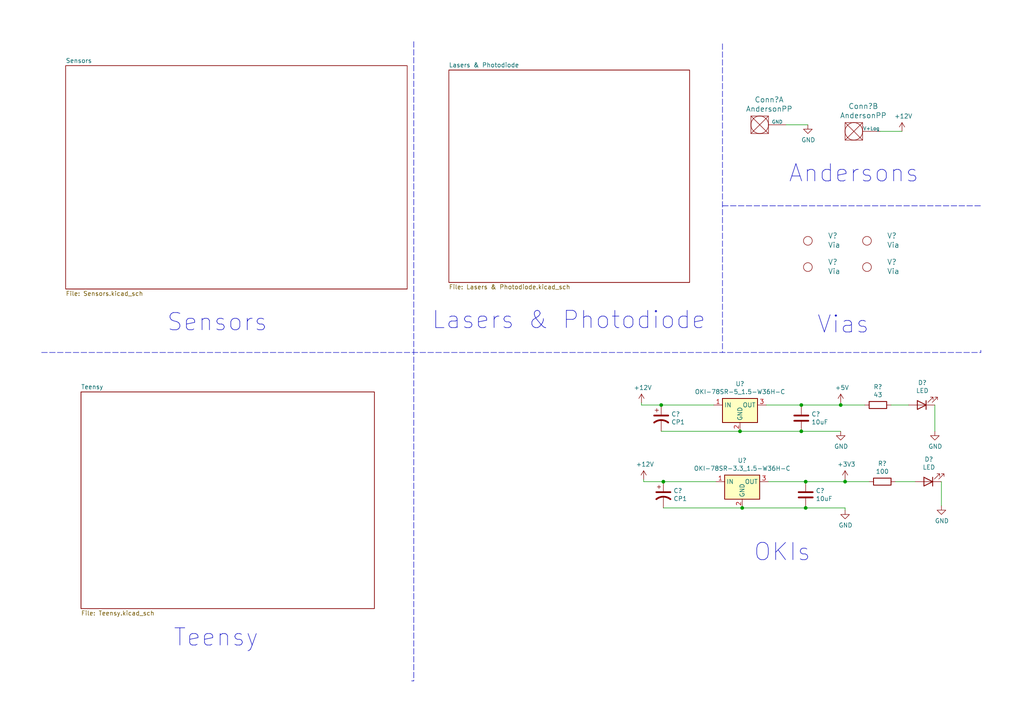
<source format=kicad_sch>
(kicad_sch (version 20211123) (generator eeschema)
  (paper "A4")
  (lib_symbols
    (symbol "Converter_DCDC:OKI-78SR-3.3_1.5-W36H-C"
      (property "Reference" "U" (at -3.81 3.175 0))
      (property "Value" "OKI-78SR-3.3_1.5-W36H-C" (at 0 3.175 0))
      (symbol "OKI-78SR-3.3_1.5-W36H-C_0_1"
        (rectangle (start -5.08 1.905) (end 5.08 -5.08) (stroke (width 0.254)) (fill (type background)))
      )
      (symbol "OKI-78SR-3.3_1.5-W36H-C_1_1"
        (pin power_in line (at -7.62 0 0) (length 2.54) (name "IN") (number "1"))
        (pin power_in line (at 0 -7.62 90) (length 2.54) (name "GND") (number "2"))
        (pin power_out line (at 7.62 0 180) (length 2.54) (name "OUT") (number "3"))
      )
    )
    (symbol "Converter_DCDC:OKI-78SR-5_1.5-W36H-C"
      (property "Reference" "U" (at -3.81 3.175 0))
      (property "Value" "OKI-78SR-5_1.5-W36H-C" (at 0 3.175 0))
      (symbol "OKI-78SR-5_1.5-W36H-C_0_1"
        (rectangle (start -5.08 1.905) (end 5.08 -5.08) (stroke (width 0.254)) (fill (type background)))
      )
      (symbol "OKI-78SR-5_1.5-W36H-C_1_1"
        (pin power_in line (at -7.62 0 0) (length 2.54) (name "IN") (number "1"))
        (pin power_in line (at 0 -7.62 90) (length 2.54) (name "GND") (number "2"))
        (pin power_out line (at 7.62 0 180) (length 2.54) (name "OUT") (number "3"))
      )
    )
    (symbol "Device:C" (pin_numbers hide) (pin_names (offset 0.254))
      (property "Reference" "C" (at 0.635 2.54 0))
      (property "Value" "C" (at 0.635 -2.54 0))
      (symbol "C_0_1"
        (polyline (pts (xy -2.032 -0.762) (xy 2.032 -0.762)) (stroke (width 0.508)))
        (polyline (pts (xy -2.032 0.762) (xy 2.032 0.762)) (stroke (width 0.508)))
      )
      (symbol "C_1_1"
        (pin passive line (at 0 3.81 270) (length 2.794) (name "~") (number "1"))
        (pin passive line (at 0 -3.81 90) (length 2.794) (name "~") (number "2"))
      )
    )
    (symbol "Device:LED" (pin_numbers hide) (pin_names (offset 1.016) hide)
      (property "Reference" "D" (at 0 2.54 0))
      (property "Value" "LED" (at 0 -2.54 0))
      (symbol "LED_0_1"
        (polyline (pts (xy -1.27 -1.27) (xy -1.27 1.27)) (stroke (width 0.254)))
        (polyline (pts (xy -1.27 0) (xy 1.27 0)))
        (polyline (pts (xy 1.27 -1.27) (xy 1.27 1.27) (xy -1.27 0) (xy 1.27 -1.27)) (stroke (width 0.254)))
        (polyline (pts (xy -3.048 -0.762) (xy -4.572 -2.286) (xy -3.81 -2.286) (xy -4.572 -2.286) (xy -4.572 -1.524)))
        (polyline (pts (xy -1.778 -0.762) (xy -3.302 -2.286) (xy -2.54 -2.286) (xy -3.302 -2.286) (xy -3.302 -1.524)))
      )
      (symbol "LED_1_1"
        (pin passive line (at -3.81 0 0) (length 2.54) (name "K") (number "1"))
        (pin passive line (at 3.81 0 180) (length 2.54) (name "A") (number "2"))
      )
    )
    (symbol "Device:R" (pin_numbers hide) (pin_names (offset 0))
      (property "Reference" "R" (at 2.032 0 90))
      (property "Value" "R" (at 0 0 90))
      (symbol "R_0_1"
        (rectangle (start -1.016 -2.54) (end 1.016 2.54) (stroke (width 0.254)))
      )
      (symbol "R_1_1"
        (pin passive line (at 0 3.81 270) (length 1.27) (name "~") (number "1"))
        (pin passive line (at 0 -3.81 90) (length 1.27) (name "~") (number "2"))
      )
    )
    (symbol "MRDT_Connectors:AndersonPP" (pin_numbers hide) (pin_names (offset 0))
      (property "Reference" "Conn" (at 3.81 -1.27 0))
      (property "Value" "AndersonPP" (at 2.54 6.35 0))
      (symbol "AndersonPP_0_1"
        (polyline (pts (xy 0 5.08) (xy 5.08 0)))
        (polyline (pts (xy 5.08 5.08) (xy 0 0)))
        (rectangle (start 0 0) (end 5.08 5.08))
        (circle (center 2.54 2.54) (radius 2.54))
      )
      (symbol "AndersonPP_1_1"
        (pin input line (at 10.16 2.54 180) (length 5.08) (name "GND") (number "1"))
      )
      (symbol "AndersonPP_2_1"
        (pin input line (at 10.16 2.54 180) (length 5.08) (name "V+Log") (number "2"))
      )
      (symbol "AndersonPP_3_1"
        (pin input line (at 10.16 2.54 180) (length 5.08) (name "V+Act") (number "3"))
      )
      (symbol "AndersonPP_4_1"
        (pin input line (at 10.16 2.54 180) (length 5.08) (name "PV+") (number "4"))
      )
      (symbol "AndersonPP_5_1"
        (pin input line (at 10.16 2.54 180) (length 5.08) (name "~") (number "1"))
      )
    )
    (symbol "MRDT_Drill_Holes:Via" (pin_names (offset 1.016))
      (property "Reference" "V" (at 0 -2.54 0))
      (property "Value" "Via" (at 0 2.54 0))
      (symbol "Via_0_1"
        (circle (center 0 0) (radius 1.27))
      )
      (symbol "Via_1_1"
        (pin input line (at 0 0 0) (length 5.08) hide (name "~") (number "1"))
      )
    )
    (symbol "ScienceSensor-rescue:CP1-Device" (pin_numbers hide) (pin_names (offset 0.254) hide)
      (property "Reference" "C" (at 0.635 2.54 0))
      (property "Value" "CP1-Device" (at 0.635 -2.54 0))
      (symbol "CP1-Device_0_1"
        (polyline (pts (xy -2.032 0.762) (xy 2.032 0.762)) (stroke (width 0.508)))
        (polyline (pts (xy -1.778 2.286) (xy -0.762 2.286)))
        (polyline (pts (xy -1.27 1.778) (xy -1.27 2.794)))
        (arc (start 2.032 -1.27) (mid 0 -0.5572) (end -2.032 -1.27) (stroke (width 0.508)))
      )
      (symbol "CP1-Device_1_1"
        (pin passive line (at 0 3.81 270) (length 2.794) (name "~") (number "1"))
        (pin passive line (at 0 -3.81 90) (length 3.302) (name "~") (number "2"))
      )
    )
    (symbol "power:+12V" (power) (pin_names (offset 0))
      (property "Value" "+12V" (at 0 3.556 0))
      (symbol "+12V_0_1"
        (polyline (pts (xy -0.762 1.27) (xy 0 2.54)))
        (polyline (pts (xy 0 0) (xy 0 2.54)))
        (polyline (pts (xy 0 2.54) (xy 0.762 1.27)))
      )
      (symbol "+12V_1_1"
        (pin power_in line (at 0 0 90) (length 0) hide (name "+12V") (number "1"))
      )
    )
    (symbol "power:+3V3" (power) (pin_names (offset 0))
      (property "Value" "+3V3" (at 0 3.556 0))
      (symbol "+3V3_0_1"
        (polyline (pts (xy -0.762 1.27) (xy 0 2.54)))
        (polyline (pts (xy 0 0) (xy 0 2.54)))
        (polyline (pts (xy 0 2.54) (xy 0.762 1.27)))
      )
      (symbol "+3V3_1_1"
        (pin power_in line (at 0 0 90) (length 0) hide (name "+3V3") (number "1"))
      )
    )
    (symbol "power:+5V" (power) (pin_names (offset 0))
      (property "Value" "+5V" (at 0 3.556 0))
      (symbol "+5V_0_1"
        (polyline (pts (xy -0.762 1.27) (xy 0 2.54)))
        (polyline (pts (xy 0 0) (xy 0 2.54)))
        (polyline (pts (xy 0 2.54) (xy 0.762 1.27)))
      )
      (symbol "+5V_1_1"
        (pin power_in line (at 0 0 90) (length 0) hide (name "+5V") (number "1"))
      )
    )
    (symbol "power:GND" (power) (pin_names (offset 0))
      (property "Value" "GND" (at 0 -3.81 0))
      (symbol "GND_0_1"
        (polyline (pts (xy 0 0) (xy 0 -1.27) (xy 1.27 -1.27) (xy 0 -2.54) (xy -1.27 -1.27) (xy 0 -1.27)))
      )
      (symbol "GND_1_1"
        (pin power_in line (at 0 0 270) (length 0) hide (name "GND") (number "1"))
      )
    )
  )
  (junction (at 215.265 147.32))
  (junction (at 232.41 117.475))
  (junction (at 243.84 117.475))
  (junction (at 191.77 117.475))
  (junction (at 233.68 147.32))
  (junction (at 214.63 125.095))
  (junction (at 233.68 139.7))
  (junction (at 245.11 139.7))
  (junction (at 232.41 125.095))
  (junction (at 192.405 139.7))
  (wire (pts (xy 245.11 139.7) (xy 252.095 139.7)))
  (wire (pts (xy 192.405 147.32) (xy 215.265 147.32)))
  (wire (pts (xy 243.84 117.475) (xy 232.41 117.475)))
  (wire (pts (xy 215.265 147.32) (xy 233.68 147.32)))
  (polyline (pts (xy 284.48 102.235) (xy 284.48 101.6)))
  (wire (pts (xy 186.055 117.475) (xy 186.055 116.84)))
  (polyline (pts (xy 12.065 102.235) (xy 284.48 102.235)))
  (wire (pts (xy 227.965 36.195) (xy 234.315 36.195)))
  (wire (pts (xy 191.77 117.475) (xy 186.055 117.475)))
  (wire (pts (xy 207.01 117.475) (xy 191.77 117.475)))
  (wire (pts (xy 243.84 125.095) (xy 232.41 125.095)))
  (wire (pts (xy 232.41 117.475) (xy 222.25 117.475)))
  (wire (pts (xy 191.77 125.095) (xy 214.63 125.095)))
  (wire (pts (xy 186.69 139.7) (xy 186.69 139.065)))
  (wire (pts (xy 258.445 117.475) (xy 263.525 117.475)))
  (polyline (pts (xy 209.55 12.7) (xy 209.55 102.235)))
  (wire (pts (xy 271.145 117.475) (xy 271.145 125.095)))
  (wire (pts (xy 245.11 147.32) (xy 245.11 147.955)))
  (wire (pts (xy 207.645 139.7) (xy 192.405 139.7)))
  (wire (pts (xy 214.63 125.095) (xy 232.41 125.095)))
  (wire (pts (xy 243.84 116.84) (xy 243.84 117.475)))
  (polyline (pts (xy 120.015 197.485) (xy 119.38 197.485)))
  (wire (pts (xy 233.68 147.32) (xy 245.11 147.32)))
  (wire (pts (xy 261.62 38.1) (xy 255.27 38.1)))
  (polyline (pts (xy 120.015 12.065) (xy 120.015 197.485)))
  (wire (pts (xy 243.84 117.475) (xy 250.825 117.475)))
  (polyline (pts (xy 209.55 59.69) (xy 284.48 59.69)))
  (wire (pts (xy 233.68 139.7) (xy 245.11 139.7)))
  (wire (pts (xy 259.715 139.7) (xy 265.43 139.7)))
  (wire (pts (xy 245.11 139.7) (xy 245.11 139.065)))
  (wire (pts (xy 192.405 139.7) (xy 186.69 139.7)))
  (wire (pts (xy 222.885 139.7) (xy 233.68 139.7)))
  (wire (pts (xy 273.05 139.7) (xy 273.05 146.685)))
  (text "Teensy" (at 50.165 187.96 0) (effects (font (size 5.0038 5.0038)) (justify left bottom)))
  (text "Vias" (at 236.855 97.155 0) (effects (font (size 5.0038 5.0038)) (justify left bottom)))
  (text "Sensors" (at 48.26 96.52 0) (effects (font (size 5.0038 5.0038)) (justify left bottom)))
  (text "OKIs" (at 218.44 163.195 0) (effects (font (size 5.0038 5.0038)) (justify left bottom)))
  (text "Andersons" (at 228.6 53.34 0) (effects (font (size 5.0038 5.0038)) (justify left bottom)))
  (text "Lasers & Photodiode" (at 125.095 95.885 0) (effects (font (size 5.0038 5.0038)) (justify left bottom)))
  (symbol (lib_id "MRDT_Connectors:AndersonPP") (at 217.805 38.735 0) (unit 1)
    (property "Reference" "Conn?" (at 223.0882 28.9052 0) (effects (font (size 1.524 1.524))))
    (property "Value" "AndersonPP" (at 223.0882 31.5976 0) (effects (font (size 1.524 1.524))))
  )
  (symbol (lib_id "MRDT_Connectors:AndersonPP") (at 245.11 40.64 0) (unit 2)
    (property "Reference" "Conn?" (at 250.3932 30.8102 0) (effects (font (size 1.524 1.524))))
    (property "Value" "AndersonPP" (at 250.3932 33.5026 0) (effects (font (size 1.524 1.524))))
  )
  (symbol (lib_id "power:+5V") (at 243.84 116.84 0) (unit 1)
    (property "Reference" "#PWR?" (effects hide))
    (property "Value" "+5V" (at 244.221 112.4458 0))
  )
  (symbol (lib_id "power:+3V3") (at 245.11 139.065 0) (unit 1)
    (property "Reference" "#PWR?" (effects hide))
    (property "Value" "+3V3" (at 245.491 134.6708 0))
  )
  (symbol (lib_id "MRDT_Drill_Holes:Via") (at 234.315 69.85 0) (unit 1)
    (property "Reference" "V?" (at 240.1062 68.3768 0) (effects (font (size 1.524 1.524)) (justify left)))
    (property "Value" "Via" (at 240.1062 71.0692 0) (effects (font (size 1.524 1.524)) (justify left)))
  )
  (symbol (lib_id "power:+12V") (at 261.62 38.1 0) (unit 1)
    (property "Reference" "#PWR?" (effects hide))
    (property "Value" "+12V" (at 262.001 33.7058 0))
  )
  (symbol (lib_id "power:GND") (at 234.315 36.195 0) (unit 1)
    (property "Reference" "#PWR?" (effects hide))
    (property "Value" "GND" (at 234.442 40.5892 0))
  )
  (symbol (lib_id "MRDT_Drill_Holes:Via") (at 251.46 69.85 0) (unit 1)
    (property "Reference" "V?" (at 257.2512 68.3768 0) (effects (font (size 1.524 1.524)) (justify left)))
    (property "Value" "Via" (at 257.2512 71.0692 0) (effects (font (size 1.524 1.524)) (justify left)))
  )
  (symbol (lib_id "MRDT_Drill_Holes:Via") (at 234.315 77.47 0) (unit 1)
    (property "Reference" "V?" (at 240.1062 75.9968 0) (effects (font (size 1.524 1.524)) (justify left)))
    (property "Value" "Via" (at 240.1062 78.6892 0) (effects (font (size 1.524 1.524)) (justify left)))
  )
  (symbol (lib_id "MRDT_Drill_Holes:Via") (at 251.46 77.47 0) (unit 1)
    (property "Reference" "V?" (at 257.2512 75.9968 0) (effects (font (size 1.524 1.524)) (justify left)))
    (property "Value" "Via" (at 257.2512 78.6892 0) (effects (font (size 1.524 1.524)) (justify left)))
  )
  (symbol (lib_id "Converter_DCDC:OKI-78SR-5_1.5-W36H-C") (at 214.63 117.475 0) (unit 1)
    (property "Reference" "U?" (at 214.63 111.3282 0))
    (property "Value" "OKI-78SR-5_1.5-W36H-C" (at 214.63 113.6396 0))
    (property "Footprint" "Converter_DCDC:Converter_DCDC_muRata_OKI-78SR_Horizontal" (effects hide))
    (property "Datasheet" "https://power.murata.com/data/power/oki-78sr.pdf" (effects hide))
  )
  (symbol (lib_id "Converter_DCDC:OKI-78SR-3.3_1.5-W36H-C") (at 215.265 139.7 0) (unit 1)
    (property "Reference" "U?" (at 215.265 133.5532 0))
    (property "Value" "OKI-78SR-3.3_1.5-W36H-C" (at 215.265 135.8646 0))
    (property "Footprint" "Converter_DCDC:Converter_DCDC_muRata_OKI-78SR_Horizontal" (effects hide))
    (property "Datasheet" "https://power.murata.com/data/power/oki-78sr.pdf" (effects hide))
  )
  (symbol (lib_id "Device:C") (at 232.41 121.285 0) (unit 1)
    (property "Reference" "C?" (at 235.331 120.1166 0) (effects (justify left)))
    (property "Value" "10uF" (at 235.331 122.428 0) (effects (justify left)))
  )
  (symbol (lib_id "Device:C") (at 233.68 143.51 0) (unit 1)
    (property "Reference" "C?" (at 236.601 142.3416 0) (effects (justify left)))
    (property "Value" "10uF" (at 236.601 144.653 0) (effects (justify left)))
  )
  (symbol (lib_id "ScienceSensor-rescue:CP1-Device") (at 191.77 121.285 0) (unit 1)
    (property "Reference" "C?" (at 194.691 120.1166 0) (effects (justify left)))
    (property "Value" "CP1" (at 194.691 122.428 0) (effects (justify left)))
  )
  (symbol (lib_id "ScienceSensor-rescue:CP1-Device") (at 192.405 143.51 0) (unit 1)
    (property "Reference" "C?" (at 195.326 142.3416 0) (effects (justify left)))
    (property "Value" "CP1" (at 195.326 144.653 0) (effects (justify left)))
  )
  (symbol (lib_id "power:+12V") (at 186.055 116.84 0) (unit 1)
    (property "Reference" "#PWR?" (effects hide))
    (property "Value" "+12V" (at 186.436 112.4458 0))
  )
  (symbol (lib_id "power:+12V") (at 186.69 139.065 0) (unit 1)
    (property "Reference" "#PWR?" (effects hide))
    (property "Value" "+12V" (at 187.071 134.6708 0))
  )
  (symbol (lib_id "power:GND") (at 243.84 125.095 0) (unit 1)
    (property "Reference" "#PWR?" (effects hide))
    (property "Value" "GND" (at 243.967 129.4892 0))
  )
  (symbol (lib_id "power:GND") (at 245.11 147.955 0) (unit 1)
    (property "Reference" "#PWR?" (effects hide))
    (property "Value" "GND" (at 245.237 152.3492 0))
  )
  (symbol (lib_id "Device:R") (at 254.635 117.475 270) (unit 1)
    (property "Reference" "R?" (at 254.635 112.2172 90))
    (property "Value" "43" (at 254.635 114.5286 90))
  )
  (symbol (lib_id "Device:R") (at 255.905 139.7 270) (unit 1)
    (property "Reference" "R?" (at 255.905 134.4422 90))
    (property "Value" "100" (at 255.905 136.7536 90))
  )
  (symbol (lib_id "Device:LED") (at 267.335 117.475 180) (unit 1)
    (property "Reference" "D?" (at 267.5128 110.998 0))
    (property "Value" "LED" (at 267.5128 113.3094 0))
  )
  (symbol (lib_id "Device:LED") (at 269.24 139.7 180) (unit 1)
    (property "Reference" "D?" (at 269.4178 133.223 0))
    (property "Value" "LED" (at 269.4178 135.5344 0))
  )
  (symbol (lib_id "power:GND") (at 271.145 125.095 0) (unit 1)
    (property "Reference" "#PWR?" (effects hide))
    (property "Value" "GND" (at 271.272 129.4892 0))
  )
  (symbol (lib_id "power:GND") (at 273.05 146.685 0) (unit 1)
    (property "Reference" "#PWR?" (effects hide))
    (property "Value" "GND" (at 273.177 151.0792 0))
  )
  (sheet (at 19.05 19.05) (size 99.06 64.77)
    (property "Sheet name" "Sensors" (at 19.05 18.3384 0) (effects (justify left bottom)))
    (property "Sheet file" "Sensors.kicad_sch" (at 19.05 84.4046 0) (effects (justify left top)))
  )
  (sheet (at 23.495 113.665) (size 85.09 62.865)
    (property "Sheet name" "Teensy" (at 23.495 112.9534 0) (effects (justify left bottom)))
    (property "Sheet file" "Teensy.kicad_sch" (at 23.495 177.1146 0) (effects (justify left top)))
  )
  (sheet (at 130.175 20.32) (size 69.85 61.595)
    (property "Sheet name" "Lasers & Photodiode" (at 130.175 19.6084 0) (effects (justify left bottom)))
    (property "Sheet file" "Lasers & Photodiode.kicad_sch" (at 130.175 82.4996 0) (effects (justify left top)))
  )
)
</source>
